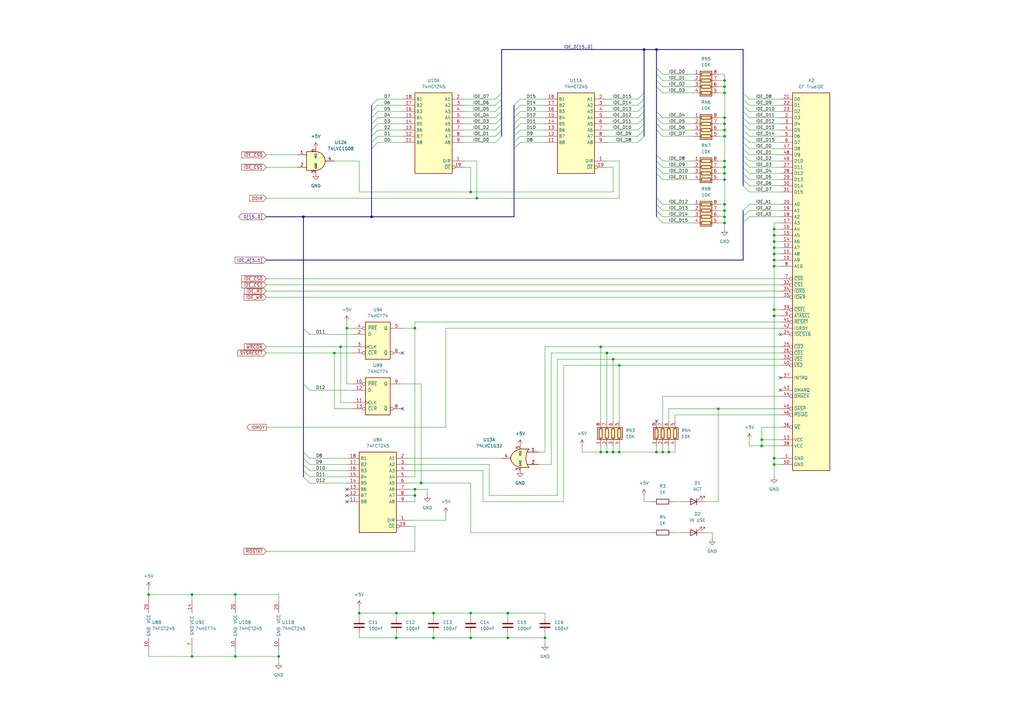
<source format=kicad_sch>
(kicad_sch (version 20211123) (generator eeschema)
  (paper "A3")
  (title_block (title "CF SOCKET") (date "2023-12-29") (rev "1") (company "(C) TOM STOREY") (comment 1 "FREE FOR NON-COMMERCIAL USE"))
  (lib_symbols
    (symbol "74x74_2" (pin_names (offset 1.016))
      (property "Reference" "U" (at 0 0 0))
      (property "Value" "74x74_2" (at 0 0 0))
      (symbol "74x74_2_1_1"
        (pin input inverted (at -10.16 -5.08 0) (length 5.08) (name "~{CLR}") (number "1"))
        (pin input line (at -10.16 2.54 0) (length 5.08) (name "D") (number "2"))
        (pin input clock (at -10.16 -2.54 0) (length 5.08) (name "CLK") (number "3"))
        (pin input inverted (at -10.16 5.08 0) (length 5.08) (name "~{PRE}") (number "4"))
        (pin output line (at 10.16 5.08 180) (length 5.08) (name "Q") (number "5"))
        (pin output inverted (at 10.16 -5.08 180) (length 5.08) (name "~{Q}") (number "6"))
      )
      (symbol "74x74_2_2_1"
        (pin input inverted (at -10.16 5.08 0) (length 5.08) (name "~{PRE}") (number "10"))
        (pin input clock (at -10.16 -2.54 0) (length 5.08) (name "CLK") (number "11"))
        (pin input line (at -10.16 2.54 0) (length 5.08) (name "D") (number "12"))
        (pin input inverted (at -10.16 -5.08 0) (length 5.08) (name "~{CLR}") (number "13"))
        (pin output inverted (at 10.16 -5.08 180) (length 5.08) (name "~{Q}") (number "8"))
        (pin output line (at 10.16 5.08 180) (length 5.08) (name "Q") (number "9"))
      )
      (symbol "74x74_2_3_0"
        (pin power_in line (at 0 10.16 270) (length 5.08) (name "VCC") (number "14"))
        (pin power_in line (at 0 -10.16 90) (length 5.08) (name "GND") (number "7"))
      )
    )
    (symbol "CF_Board:Socket_CF"
      (property "Reference" "X" (at 0 0 0))
      (property "Value" "Socket_CF" (at 0 0 0))
      (symbol "Socket_CF_1_1"
        (pin power_in line (at -12.7 -73.66 0) (length 5.08) (name "GND") (number "1"))
        (pin input line (at -12.7 7.62 0) (length 5.08) (name "A9") (number "10"))
        (pin input line (at -12.7 10.16 0) (length 5.08) (name "A8") (number "11"))
        (pin input line (at -12.7 12.7 0) (length 5.08) (name "A7") (number "12"))
        (pin power_in line (at -12.7 -66.04 0) (length 5.08) (name "VCC") (number "13"))
        (pin input line (at -12.7 15.24 0) (length 5.08) (name "A6") (number "14"))
        (pin input line (at -12.7 17.78 0) (length 5.08) (name "A5") (number "15"))
        (pin input line (at -12.7 20.32 0) (length 5.08) (name "A4") (number "16"))
        (pin input line (at -12.7 22.86 0) (length 5.08) (name "A3") (number "17"))
        (pin input line (at -12.7 25.4 0) (length 5.08) (name "A2") (number "18"))
        (pin input line (at -12.7 27.94 0) (length 5.08) (name "A1") (number "19"))
        (pin bidirectional line (at -12.7 66.04 0) (length 5.08) (name "D3") (number "2"))
        (pin input line (at -12.7 30.48 0) (length 5.08) (name "A0") (number "20"))
        (pin bidirectional line (at -12.7 73.66 0) (length 5.08) (name "D0") (number "21"))
        (pin bidirectional line (at -12.7 71.12 0) (length 5.08) (name "D1") (number "22"))
        (pin bidirectional line (at -12.7 68.58 0) (length 5.08) (name "D2") (number "23"))
        (pin output inverted (at -12.7 -22.86 0) (length 5.08) (name "~{IOCS16}") (number "24"))
        (pin output inverted (at -12.7 -27.94 0) (length 5.08) (name "~{CD2}") (number "25"))
        (pin output inverted (at -12.7 -30.48 0) (length 5.08) (name "~{CD1}") (number "26"))
        (pin bidirectional line (at -12.7 45.72 0) (length 5.08) (name "D11") (number "27"))
        (pin bidirectional line (at -12.7 43.18 0) (length 5.08) (name "D12") (number "28"))
        (pin bidirectional line (at -12.7 40.64 0) (length 5.08) (name "D13") (number "29"))
        (pin bidirectional line (at -12.7 63.5 0) (length 5.08) (name "D4") (number "3"))
        (pin bidirectional line (at -12.7 38.1 0) (length 5.08) (name "D14") (number "30"))
        (pin bidirectional line (at -12.7 35.56 0) (length 5.08) (name "D15") (number "31"))
        (pin input inverted (at -12.7 -2.54 0) (length 5.08) (name "~{CS1}") (number "32"))
        (pin output inverted (at -12.7 -33.02 0) (length 5.08) (name "~{VS1}") (number "33"))
        (pin input inverted (at -12.7 -5.08 0) (length 5.08) (name "~{IORD}") (number "34"))
        (pin input inverted (at -12.7 -7.62 0) (length 5.08) (name "~{IOWR}") (number "35"))
        (pin input inverted (at -12.7 -60.96 0) (length 5.08) (name "~{WE}") (number "36"))
        (pin output line (at -12.7 -40.64 0) (length 5.08) (name "INTRQ") (number "37"))
        (pin power_in line (at -12.7 -68.58 0) (length 5.08) (name "VCC") (number "38"))
        (pin input inverted (at -12.7 -12.7 0) (length 5.08) (name "~{CSEL}") (number "39"))
        (pin bidirectional line (at -12.7 60.96 0) (length 5.08) (name "D5") (number "4"))
        (pin output inverted (at -12.7 -35.56 0) (length 5.08) (name "~{VS2}") (number "40"))
        (pin input inverted (at -12.7 -17.78 0) (length 5.08) (name "~{RESET}") (number "41"))
        (pin output line (at -12.7 -20.32 0) (length 5.08) (name "IORDY") (number "42"))
        (pin output line (at -12.7 -45.72 0) (length 5.08) (name "DMARQ") (number "43"))
        (pin input inverted (at -12.7 -48.26 0) (length 5.08) (name "~{DMACK}") (number "44"))
        (pin bidirectional inverted (at -12.7 -53.34 0) (length 5.08) (name "~{DASP}") (number "45"))
        (pin bidirectional inverted (at -12.7 -55.88 0) (length 5.08) (name "~{PDIAG}") (number "46"))
        (pin bidirectional line (at -12.7 53.34 0) (length 5.08) (name "D8") (number "47"))
        (pin bidirectional line (at -12.7 50.8 0) (length 5.08) (name "D9") (number "48"))
        (pin bidirectional line (at -12.7 48.26 0) (length 5.08) (name "D10") (number "49"))
        (pin bidirectional line (at -12.7 58.42 0) (length 5.08) (name "D6") (number "5"))
        (pin power_in line (at -12.7 -76.2 0) (length 5.08) (name "GND") (number "50"))
        (pin bidirectional line (at -12.7 55.88 0) (length 5.08) (name "D7") (number "6"))
        (pin input inverted (at -12.7 0 0) (length 5.08) (name "~{CS0}") (number "7"))
        (pin input line (at -12.7 5.08 0) (length 5.08) (name "A10") (number "8"))
        (pin input inverted (at -12.7 -15.24 0) (length 5.08) (name "~{ATASEL}") (number "9"))
      )
    )
    (symbol "COMET_symbols:74x1G08"
      (property "Reference" "U" (at 0 0 0))
      (property "Value" "74x1G08" (at 0 0 0))
      (symbol "74x1G08_1_1"
        (pin input line (at -7.62 2.54 0) (length 3.81) (name "~") (number "1"))
        (pin input line (at -7.62 -2.54 0) (length 3.81) (name "~") (number "2"))
        (pin output line (at 7.62 0 180) (length 3.81) (name "~") (number "4"))
      )
      (symbol "74x1G08_1_2"
        (pin input inverted (at -7.62 2.54 0) (length 4.6228) (name "~") (number "1"))
        (pin input inverted (at -7.62 -2.54 0) (length 4.6228) (name "~") (number "2"))
        (pin output inverted (at 7.62 0 180) (length 3.5052) (name "~") (number "4"))
      )
      (symbol "74x1G08_2_1"
        (pin power_in line (at 0 -5.08 90) (length 1.27) (name "GND") (number "3"))
        (pin power_in line (at 0 5.08 270) (length 1.27) (name "VCC") (number "5"))
      )
      (symbol "74x1G08_2_2"
        (pin power_in line (at 0 -5.08 90) (length 1.27) (name "GND") (number "3"))
        (pin power_in line (at 0 5.08 270) (length 1.27) (name "VCC") (number "5"))
      )
    )
    (symbol "COMET_symbols:74x1G32"
      (property "Reference" "U" (at 0 0 0))
      (property "Value" "74x1G32" (at 0 0 0))
      (symbol "74x1G32_1_1"
        (pin input line (at -7.62 2.54 0) (length 4.6228) (name "~") (number "1"))
        (pin input line (at -7.62 -2.54 0) (length 4.6228) (name "~") (number "2"))
        (pin output line (at 7.62 0 180) (length 3.6068) (name "~") (number "4"))
      )
      (symbol "74x1G32_1_2"
        (pin input inverted (at -7.62 2.54 0) (length 3.683) (name "~") (number "1"))
        (pin input inverted (at -7.62 -2.54 0) (length 3.683) (name "~") (number "2"))
        (pin output inverted (at 7.62 0 180) (length 3.683) (name "~") (number "4"))
      )
      (symbol "74x1G32_2_1"
        (pin power_in line (at 0 -5.08 90) (length 1.27) (name "GND") (number "3"))
        (pin power_in line (at 0 5.08 270) (length 1.27) (name "VCC") (number "5"))
      )
      (symbol "74x1G32_2_2"
        (pin power_in line (at 0 -5.08 90) (length 1.27) (name "GND") (number "3"))
        (pin power_in line (at 0 5.08 270) (length 1.27) (name "VCC") (number "5"))
      )
    )
    (symbol "COMET_symbols:74x245"
      (property "Reference" "U" (at 0 0 0))
      (property "Value" "74x245" (at 0 0 0))
      (symbol "74x245_1_0"
        (pin input line (at -12.7 -12.7 0) (length 5.08) (name "DIR") (number "1"))
        (pin tri_state line (at 12.7 -5.08 180) (length 5.08) (name "B8") (number "11"))
        (pin tri_state line (at 12.7 -2.54 180) (length 5.08) (name "B7") (number "12"))
        (pin tri_state line (at 12.7 0 180) (length 5.08) (name "B6") (number "13"))
        (pin tri_state line (at 12.7 2.54 180) (length 5.08) (name "B5") (number "14"))
        (pin tri_state line (at 12.7 5.08 180) (length 5.08) (name "B4") (number "15"))
        (pin tri_state line (at 12.7 7.62 180) (length 5.08) (name "B3") (number "16"))
        (pin tri_state line (at 12.7 10.16 180) (length 5.08) (name "B2") (number "17"))
        (pin tri_state line (at 12.7 12.7 180) (length 5.08) (name "B1") (number "18"))
        (pin input inverted (at -12.7 -15.24 0) (length 5.08) (name "~{OE}") (number "19"))
        (pin tri_state line (at -12.7 12.7 0) (length 5.08) (name "A1") (number "2"))
        (pin tri_state line (at -12.7 10.16 0) (length 5.08) (name "A2") (number "3"))
        (pin tri_state line (at -12.7 7.62 0) (length 5.08) (name "A3") (number "4"))
        (pin tri_state line (at -12.7 5.08 0) (length 5.08) (name "A4") (number "5"))
        (pin tri_state line (at -12.7 2.54 0) (length 5.08) (name "A5") (number "6"))
        (pin tri_state line (at -12.7 0 0) (length 5.08) (name "A6") (number "7"))
        (pin tri_state line (at -12.7 -2.54 0) (length 5.08) (name "A7") (number "8"))
        (pin tri_state line (at -12.7 -5.08 0) (length 5.08) (name "A8") (number "9"))
      )
      (symbol "74x245_2_1"
        (pin power_in line (at 0 -10.16 90) (length 5.08) (name "GND") (number "10"))
        (pin power_in line (at 0 10.16 270) (length 5.08) (name "VCC") (number "20"))
      )
    )
    (symbol "COMET_symbols:74x74" (pin_names (offset 1.016))
      (property "Reference" "U" (at 0 0 0))
      (property "Value" "74x74" (at 0 0 0))
      (symbol "74x74_1_1"
        (pin input inverted (at -10.16 -5.08 0) (length 5.08) (name "~{CLR}") (number "1"))
        (pin input line (at -10.16 2.54 0) (length 5.08) (name "D") (number "2"))
        (pin input clock (at -10.16 -2.54 0) (length 5.08) (name "CLK") (number "3"))
        (pin input inverted (at -10.16 5.08 0) (length 5.08) (name "~{PRE}") (number "4"))
        (pin output line (at 10.16 5.08 180) (length 5.08) (name "Q") (number "5"))
        (pin output inverted (at 10.16 -5.08 180) (length 5.08) (name "~{Q}") (number "6"))
      )
      (symbol "74x74_2_1"
        (pin input inverted (at -10.16 5.08 0) (length 5.08) (name "~{PRE}") (number "10"))
        (pin input clock (at -10.16 -2.54 0) (length 5.08) (name "CLK") (number "11"))
        (pin input line (at -10.16 2.54 0) (length 5.08) (name "D") (number "12"))
        (pin input inverted (at -10.16 -5.08 0) (length 5.08) (name "~{CLR}") (number "13"))
        (pin output inverted (at 10.16 -5.08 180) (length 5.08) (name "~{Q}") (number "8"))
        (pin output line (at 10.16 5.08 180) (length 5.08) (name "Q") (number "9"))
      )
      (symbol "74x74_3_0"
        (pin power_in line (at 0 10.16 270) (length 5.08) (name "VCC") (number "14"))
        (pin power_in line (at 0 -10.16 90) (length 5.08) (name "GND") (number "7"))
      )
    )
    (symbol "COMET_symbols:C" (pin_numbers hide) (pin_names hide)
      (property "Reference" "C" (at 0 0 0))
      (property "Value" "C" (at 0 0 0))
      (symbol "C_1_1"
        (pin passive line (at 0 2.54 270) (length 1.524) (name "~") (number "1"))
        (pin passive line (at 0 -2.54 90) (length 1.524) (name "~") (number "2"))
      )
    )
    (symbol "COMET_symbols:LED" (pin_numbers hide) (pin_names hide)
      (property "Reference" "D" (at 0 0 0))
      (property "Value" "LED" (at 0 0 0))
      (symbol "LED_1_1"
        (pin passive line (at -5.08 0 0) (length 3.81) (name "K") (number "1"))
        (pin passive line (at 5.08 0 180) (length 3.81) (name "A") (number "2"))
      )
    )
    (symbol "COMET_symbols:R" (pin_numbers hide) (pin_names hide)
      (property "Reference" "R" (at 0 0 0))
      (property "Value" "R" (at 0 0 0))
      (symbol "R_1_1"
        (pin passive line (at 0 5.08 270) (length 2.54) (name "~") (number "1"))
        (pin passive line (at 0 -5.08 90) (length 2.54) (name "~") (number "2"))
      )
    )
    (symbol "Device:R_Pack04" (pin_names (offset 0) hide)
      (property "Reference" "RN" (at -7.62 0 90))
      (property "Value" "R_Pack04" (at 5.08 0 90))
      (symbol "R_Pack04_1_1"
        (pin passive line (at -5.08 -5.08 90) (length 2.54) (name "R1.1") (number "1"))
        (pin passive line (at -2.54 -5.08 90) (length 2.54) (name "R2.1") (number "2"))
        (pin passive line (at 0 -5.08 90) (length 2.54) (name "R3.1") (number "3"))
        (pin passive line (at 2.54 -5.08 90) (length 2.54) (name "R4.1") (number "4"))
        (pin passive line (at 2.54 5.08 270) (length 2.54) (name "R4.2") (number "5"))
        (pin passive line (at 0 5.08 270) (length 2.54) (name "R3.2") (number "6"))
        (pin passive line (at -2.54 5.08 270) (length 2.54) (name "R2.2") (number "7"))
        (pin passive line (at -5.08 5.08 270) (length 2.54) (name "R1.2") (number "8"))
      )
    )
    (symbol "power:+5V" (power) (pin_names (offset 0))
      (property "Value" "+5V" (at 0 3.556 0))
      (symbol "+5V_1_1"
        (pin power_in line (at 0 0 90) (length 0) hide (name "+5V") (number "1"))
      )
    )
    (symbol "power:GND" (power) (pin_names (offset 0))
      (property "Value" "GND" (at 0 -3.81 0))
      (symbol "GND_1_1"
        (pin power_in line (at 0 0 270) (length 0) hide (name "GND") (number "1"))
      )
    )
  )
  (junction (at 317.5 104.14))
  (junction (at 297.18 48.26))
  (junction (at 208.28 261.62))
  (junction (at 297.18 35.56))
  (junction (at 147.32 251.46))
  (junction (at 317.5 106.68))
  (junction (at 264.16 20.32))
  (junction (at 172.72 198.12))
  (junction (at 248.92 185.42))
  (junction (at 317.5 101.6))
  (junction (at 297.18 83.82))
  (junction (at 246.38 142.24))
  (junction (at 251.46 185.42))
  (junction (at 274.32 185.42))
  (junction (at 317.5 127))
  (junction (at 170.18 200.66))
  (junction (at 170.18 203.2))
  (junction (at 96.52 243.84))
  (junction (at 193.04 261.62))
  (junction (at 317.5 129.54))
  (junction (at 317.5 99.06))
  (junction (at 162.56 261.62))
  (junction (at 254 185.42))
  (junction (at 142.24 134.62))
  (junction (at 162.56 251.46))
  (junction (at 177.8 251.46))
  (junction (at 78.74 269.24))
  (junction (at 223.52 261.62))
  (junction (at 317.5 109.22))
  (junction (at 297.18 38.1))
  (junction (at 312.42 180.34))
  (junction (at 297.18 53.34))
  (junction (at 269.24 185.42))
  (junction (at 297.18 73.66))
  (junction (at 254 149.86))
  (junction (at 297.18 71.12))
  (junction (at 297.18 50.8))
  (junction (at 297.18 55.88))
  (junction (at 177.8 261.62))
  (junction (at 60.96 243.84))
  (junction (at 294.64 167.64))
  (junction (at 271.78 185.42))
  (junction (at 124.46 88.9))
  (junction (at 297.18 33.02))
  (junction (at 251.46 147.32))
  (junction (at 139.7 142.24))
  (junction (at 195.58 81.28))
  (junction (at 152.4 88.9))
  (junction (at 208.28 251.46))
  (junction (at 317.5 96.52))
  (junction (at 96.52 269.24))
  (junction (at 193.04 78.74))
  (junction (at 297.18 68.58))
  (junction (at 317.5 190.5))
  (junction (at 137.16 144.78))
  (junction (at 297.18 86.36))
  (junction (at 312.42 182.88))
  (junction (at 248.92 144.78))
  (junction (at 170.18 134.62))
  (junction (at 246.38 185.42))
  (junction (at 297.18 91.44))
  (junction (at 297.18 66.04))
  (junction (at 193.04 251.46))
  (junction (at 297.18 88.9))
  (junction (at 78.74 243.84))
  (junction (at 317.5 93.98))
  (junction (at 114.3 269.24))
  (junction (at 269.24 20.32))
  (junction (at 317.5 187.96))
  (no_connect (at 320.04 154.94))
  (no_connect (at 269.24 172.72))
  (no_connect (at 165.1 144.78))
  (no_connect (at 165.1 167.64))
  (no_connect (at 142.24 205.74))
  (no_connect (at 320.04 160.02))
  (no_connect (at 142.24 203.2))
  (no_connect (at 320.04 137.16))
  (no_connect (at 142.24 200.66))
  (bus_entry (at 205.74 40.64) (size -2.54 2.54))
  (bus_entry (at 304.8 76.2) (size 2.54 2.54))
  (bus_entry (at 124.46 134.62) (size 2.54 2.54))
  (bus_entry (at 264.16 40.64) (size -2.54 2.54))
  (bus_entry (at 304.8 53.34) (size 2.54 2.54))
  (bus_entry (at 304.8 73.66) (size 2.54 2.54))
  (bus_entry (at 154.94 40.64) (size -2.54 2.54))
  (bus_entry (at 154.94 43.18) (size -2.54 2.54))
  (bus_entry (at 154.94 50.8) (size -2.54 2.54))
  (bus_entry (at 304.8 60.96) (size 2.54 2.54))
  (bus_entry (at 264.16 50.8) (size -2.54 2.54))
  (bus_entry (at 264.16 53.34) (size -2.54 2.54))
  (bus_entry (at 213.36 58.42) (size -2.54 2.54))
  (bus_entry (at 205.74 53.34) (size -2.54 2.54))
  (bus_entry (at 264.16 55.88) (size -2.54 2.54))
  (bus_entry (at 269.24 88.9) (size 2.54 2.54))
  (bus_entry (at 307.34 86.36) (size -2.54 2.54))
  (bus_entry (at 269.24 35.56) (size 2.54 2.54))
  (bus_entry (at 304.8 68.58) (size 2.54 2.54))
  (bus_entry (at 213.36 55.88) (size -2.54 2.54))
  (bus_entry (at 307.34 83.82) (size -2.54 2.54))
  (bus_entry (at 213.36 53.34) (size -2.54 2.54))
  (bus_entry (at 269.24 81.28) (size 2.54 2.54))
  (bus_entry (at 205.74 45.72) (size -2.54 2.54))
  (bus_entry (at 264.16 38.1) (size -2.54 2.54))
  (bus_entry (at 124.46 193.04) (size 2.54 2.54))
  (bus_entry (at 264.16 48.26) (size -2.54 2.54))
  (bus_entry (at 304.8 40.64) (size 2.54 2.54))
  (bus_entry (at 269.24 33.02) (size 2.54 2.54))
  (bus_entry (at 269.24 53.34) (size 2.54 2.54))
  (bus_entry (at 213.36 43.18) (size -2.54 2.54))
  (bus_entry (at 304.8 45.72) (size 2.54 2.54))
  (bus_entry (at 269.24 71.12) (size 2.54 2.54))
  (bus_entry (at 124.46 190.5) (size 2.54 2.54))
  (bus_entry (at 205.74 55.88) (size -2.54 2.54))
  (bus_entry (at 269.24 66.04) (size 2.54 2.54))
  (bus_entry (at 124.46 195.58) (size 2.54 2.54))
  (bus_entry (at 304.8 63.5) (size 2.54 2.54))
  (bus_entry (at 154.94 48.26) (size -2.54 2.54))
  (bus_entry (at 124.46 187.96) (size 2.54 2.54))
  (bus_entry (at 304.8 55.88) (size 2.54 2.54))
  (bus_entry (at 304.8 58.42) (size 2.54 2.54))
  (bus_entry (at 264.16 43.18) (size -2.54 2.54))
  (bus_entry (at 205.74 50.8) (size -2.54 2.54))
  (bus_entry (at 205.74 43.18) (size -2.54 2.54))
  (bus_entry (at 264.16 45.72) (size -2.54 2.54))
  (bus_entry (at 205.74 38.1) (size -2.54 2.54))
  (bus_entry (at 154.94 58.42) (size -2.54 2.54))
  (bus_entry (at 269.24 48.26) (size 2.54 2.54))
  (bus_entry (at 269.24 68.58) (size 2.54 2.54))
  (bus_entry (at 124.46 157.48) (size 2.54 2.54))
  (bus_entry (at 269.24 27.94) (size 2.54 2.54))
  (bus_entry (at 269.24 83.82) (size 2.54 2.54))
  (bus_entry (at 269.24 63.5) (size 2.54 2.54))
  (bus_entry (at 213.36 50.8) (size -2.54 2.54))
  (bus_entry (at 304.8 48.26) (size 2.54 2.54))
  (bus_entry (at 205.74 48.26) (size -2.54 2.54))
  (bus_entry (at 154.94 53.34) (size -2.54 2.54))
  (bus_entry (at 213.36 40.64) (size -2.54 2.54))
  (bus_entry (at 213.36 48.26) (size -2.54 2.54))
  (bus_entry (at 307.34 88.9) (size -2.54 2.54))
  (bus_entry (at 269.24 30.48) (size 2.54 2.54))
  (bus_entry (at 213.36 45.72) (size -2.54 2.54))
  (bus_entry (at 124.46 185.42) (size 2.54 2.54))
  (bus_entry (at 269.24 50.8) (size 2.54 2.54))
  (bus_entry (at 154.94 45.72) (size -2.54 2.54))
  (bus_entry (at 304.8 71.12) (size 2.54 2.54))
  (bus_entry (at 269.24 86.36) (size 2.54 2.54))
  (bus_entry (at 269.24 45.72) (size 2.54 2.54))
  (bus_entry (at 304.8 50.8) (size 2.54 2.54))
  (bus_entry (at 154.94 55.88) (size -2.54 2.54))
  (bus_entry (at 304.8 38.1) (size 2.54 2.54))
  (bus_entry (at 304.8 66.04) (size 2.54 2.54))
  (bus_entry (at 304.8 43.18) (size 2.54 2.54))
  (wire (pts (xy 297.18 83.82) (xy 297.18 86.36)))
  (wire (pts (xy 271.78 162.56) (xy 320.04 162.56)))
  (wire (pts (xy 294.64 68.58) (xy 297.18 68.58)))
  (wire (pts (xy 139.7 142.24) (xy 144.78 142.24)))
  (bus (pts (xy 304.8 73.66) (xy 304.8 71.12)))
  (wire (pts (xy 109.22 226.06) (xy 170.18 226.06)))
  (wire (pts (xy 276.86 182.88) (xy 276.86 185.42)))
  (bus (pts (xy 269.24 20.32) (xy 304.8 20.32)))
  (bus (pts (xy 109.22 88.9) (xy 124.46 88.9)))
  (bus (pts (xy 205.74 20.32) (xy 205.74 38.1)))
  (bus (pts (xy 264.16 20.32) (xy 264.16 38.1)))
  (wire (pts (xy 177.8 254) (xy 177.8 251.46)))
  (wire (pts (xy 96.52 266.7) (xy 96.52 269.24)))
  (wire (pts (xy 109.22 116.84) (xy 320.04 116.84)))
  (bus (pts (xy 205.74 40.64) (xy 205.74 43.18)))
  (wire (pts (xy 109.22 114.3) (xy 320.04 114.3)))
  (wire (pts (xy 307.34 68.58) (xy 320.04 68.58)))
  (bus (pts (xy 124.46 88.9) (xy 152.4 88.9)))
  (wire (pts (xy 165.1 157.48) (xy 172.72 157.48)))
  (wire (pts (xy 251.46 185.42) (xy 254 185.42)))
  (wire (pts (xy 297.18 91.44) (xy 297.18 93.98)))
  (wire (pts (xy 228.6 147.32) (xy 251.46 147.32)))
  (wire (pts (xy 198.12 193.04) (xy 167.64 193.04)))
  (wire (pts (xy 193.04 251.46) (xy 177.8 251.46)))
  (wire (pts (xy 271.78 185.42) (xy 274.32 185.42)))
  (wire (pts (xy 320.04 175.26) (xy 312.42 175.26)))
  (bus (pts (xy 269.24 48.26) (xy 269.24 50.8)))
  (wire (pts (xy 213.36 50.8) (xy 223.52 50.8)))
  (wire (pts (xy 271.78 48.26) (xy 284.48 48.26)))
  (wire (pts (xy 147.32 251.46) (xy 162.56 251.46)))
  (wire (pts (xy 78.74 243.84) (xy 78.74 246.38)))
  (wire (pts (xy 271.78 68.58) (xy 284.48 68.58)))
  (wire (pts (xy 193.04 259.08) (xy 193.04 261.62)))
  (wire (pts (xy 228.6 147.32) (xy 228.6 203.2)))
  (wire (pts (xy 147.32 259.08) (xy 147.32 261.62)))
  (bus (pts (xy 152.4 58.42) (xy 152.4 60.96)))
  (wire (pts (xy 60.96 243.84) (xy 78.74 243.84)))
  (wire (pts (xy 114.3 266.7) (xy 114.3 269.24)))
  (bus (pts (xy 269.24 86.36) (xy 269.24 88.9)))
  (wire (pts (xy 248.92 50.8) (xy 261.62 50.8)))
  (wire (pts (xy 320.04 91.44) (xy 317.5 91.44)))
  (bus (pts (xy 152.4 43.18) (xy 152.4 45.72)))
  (wire (pts (xy 208.28 259.08) (xy 208.28 261.62)))
  (wire (pts (xy 254 66.04) (xy 248.92 66.04)))
  (wire (pts (xy 271.78 182.88) (xy 271.78 185.42)))
  (wire (pts (xy 294.64 55.88) (xy 297.18 55.88)))
  (wire (pts (xy 271.78 66.04) (xy 284.48 66.04)))
  (wire (pts (xy 307.34 45.72) (xy 320.04 45.72)))
  (wire (pts (xy 193.04 68.58) (xy 193.04 78.74)))
  (wire (pts (xy 190.5 53.34) (xy 203.2 53.34)))
  (wire (pts (xy 320.04 180.34) (xy 312.42 180.34)))
  (wire (pts (xy 154.94 43.18) (xy 165.1 43.18)))
  (bus (pts (xy 304.8 48.26) (xy 304.8 45.72)))
  (bus (pts (xy 264.16 48.26) (xy 264.16 50.8)))
  (wire (pts (xy 154.94 50.8) (xy 165.1 50.8)))
  (bus (pts (xy 210.82 48.26) (xy 210.82 50.8)))
  (wire (pts (xy 307.34 78.74) (xy 320.04 78.74)))
  (wire (pts (xy 248.92 40.64) (xy 261.62 40.64)))
  (bus (pts (xy 210.82 88.9) (xy 210.82 60.96)))
  (wire (pts (xy 294.64 48.26) (xy 297.18 48.26)))
  (bus (pts (xy 205.74 53.34) (xy 205.74 55.88)))
  (wire (pts (xy 317.5 104.14) (xy 320.04 104.14)))
  (bus (pts (xy 304.8 66.04) (xy 304.8 63.5)))
  (wire (pts (xy 182.88 213.36) (xy 182.88 210.82)))
  (wire (pts (xy 297.18 38.1) (xy 297.18 48.26)))
  (wire (pts (xy 297.18 91.44) (xy 294.64 91.44)))
  (wire (pts (xy 317.5 93.98) (xy 317.5 96.52)))
  (wire (pts (xy 276.86 170.18) (xy 276.86 172.72)))
  (wire (pts (xy 177.8 259.08) (xy 177.8 261.62)))
  (wire (pts (xy 220.98 190.5) (xy 226.06 190.5)))
  (wire (pts (xy 190.5 50.8) (xy 203.2 50.8)))
  (wire (pts (xy 248.92 58.42) (xy 261.62 58.42)))
  (bus (pts (xy 269.24 83.82) (xy 269.24 86.36)))
  (wire (pts (xy 317.5 187.96) (xy 320.04 187.96)))
  (wire (pts (xy 162.56 254) (xy 162.56 251.46)))
  (bus (pts (xy 269.24 33.02) (xy 269.24 35.56)))
  (bus (pts (xy 210.82 50.8) (xy 210.82 53.34)))
  (wire (pts (xy 144.78 167.64) (xy 137.16 167.64)))
  (wire (pts (xy 154.94 45.72) (xy 165.1 45.72)))
  (wire (pts (xy 294.64 205.74) (xy 289.56 205.74)))
  (wire (pts (xy 182.88 134.62) (xy 320.04 134.62)))
  (wire (pts (xy 274.32 185.42) (xy 276.86 185.42)))
  (bus (pts (xy 205.74 45.72) (xy 205.74 48.26)))
  (bus (pts (xy 109.22 106.68) (xy 304.8 106.68)))
  (bus (pts (xy 304.8 43.18) (xy 304.8 40.64)))
  (wire (pts (xy 167.64 215.9) (xy 170.18 215.9)))
  (wire (pts (xy 294.64 35.56) (xy 297.18 35.56)))
  (wire (pts (xy 213.36 48.26) (xy 223.52 48.26)))
  (wire (pts (xy 193.04 254) (xy 193.04 251.46)))
  (wire (pts (xy 167.64 187.96) (xy 205.74 187.96)))
  (wire (pts (xy 248.92 185.42) (xy 251.46 185.42)))
  (bus (pts (xy 269.24 66.04) (xy 269.24 68.58)))
  (wire (pts (xy 190.5 48.26) (xy 203.2 48.26)))
  (bus (pts (xy 304.8 71.12) (xy 304.8 68.58)))
  (wire (pts (xy 312.42 182.88) (xy 307.34 182.88)))
  (wire (pts (xy 271.78 38.1) (xy 284.48 38.1)))
  (wire (pts (xy 307.34 53.34) (xy 320.04 53.34)))
  (wire (pts (xy 190.5 68.58) (xy 193.04 68.58)))
  (wire (pts (xy 167.64 200.66) (xy 170.18 200.66)))
  (bus (pts (xy 269.24 50.8) (xy 269.24 53.34)))
  (wire (pts (xy 294.64 30.48) (xy 297.18 30.48)))
  (bus (pts (xy 124.46 88.9) (xy 124.46 134.62)))
  (wire (pts (xy 276.86 205.74) (xy 279.4 205.74)))
  (wire (pts (xy 78.74 269.24) (xy 78.74 266.7)))
  (bus (pts (xy 304.8 60.96) (xy 304.8 58.42)))
  (wire (pts (xy 269.24 182.88) (xy 269.24 185.42)))
  (bus (pts (xy 264.16 50.8) (xy 264.16 53.34)))
  (bus (pts (xy 264.16 38.1) (xy 264.16 40.64)))
  (wire (pts (xy 289.56 218.44) (xy 292.1 218.44)))
  (wire (pts (xy 175.26 203.2) (xy 175.26 200.66)))
  (wire (pts (xy 154.94 48.26) (xy 165.1 48.26)))
  (wire (pts (xy 208.28 251.46) (xy 193.04 251.46)))
  (wire (pts (xy 297.18 88.9) (xy 297.18 91.44)))
  (wire (pts (xy 297.18 33.02) (xy 297.18 35.56)))
  (wire (pts (xy 109.22 68.58) (xy 121.92 68.58)))
  (wire (pts (xy 294.64 83.82) (xy 297.18 83.82)))
  (bus (pts (xy 269.24 53.34) (xy 269.24 63.5)))
  (bus (pts (xy 264.16 20.32) (xy 269.24 20.32)))
  (wire (pts (xy 147.32 248.92) (xy 147.32 251.46)))
  (wire (pts (xy 294.64 88.9) (xy 297.18 88.9)))
  (wire (pts (xy 274.32 167.64) (xy 274.32 172.72)))
  (wire (pts (xy 167.64 195.58) (xy 170.18 195.58)))
  (wire (pts (xy 182.88 175.26) (xy 182.88 134.62)))
  (wire (pts (xy 238.76 185.42) (xy 246.38 185.42)))
  (bus (pts (xy 264.16 43.18) (xy 264.16 45.72)))
  (bus (pts (xy 124.46 193.04) (xy 124.46 195.58)))
  (wire (pts (xy 231.14 149.86) (xy 231.14 205.74)))
  (wire (pts (xy 144.78 157.48) (xy 142.24 157.48)))
  (wire (pts (xy 114.3 246.38) (xy 114.3 243.84)))
  (wire (pts (xy 165.1 134.62) (xy 170.18 134.62)))
  (wire (pts (xy 312.42 175.26) (xy 312.42 180.34)))
  (wire (pts (xy 154.94 40.64) (xy 165.1 40.64)))
  (wire (pts (xy 137.16 144.78) (xy 144.78 144.78)))
  (wire (pts (xy 213.36 40.64) (xy 223.52 40.64)))
  (wire (pts (xy 60.96 269.24) (xy 78.74 269.24)))
  (wire (pts (xy 142.24 134.62) (xy 142.24 157.48)))
  (wire (pts (xy 317.5 96.52) (xy 320.04 96.52)))
  (wire (pts (xy 200.66 190.5) (xy 167.64 190.5)))
  (wire (pts (xy 297.18 30.48) (xy 297.18 33.02)))
  (bus (pts (xy 264.16 40.64) (xy 264.16 43.18)))
  (wire (pts (xy 312.42 180.34) (xy 312.42 182.88)))
  (wire (pts (xy 223.52 142.24) (xy 223.52 185.42)))
  (wire (pts (xy 248.92 144.78) (xy 248.92 172.72)))
  (wire (pts (xy 127 160.02) (xy 144.78 160.02)))
  (wire (pts (xy 317.5 96.52) (xy 317.5 99.06)))
  (wire (pts (xy 144.78 134.62) (xy 142.24 134.62)))
  (wire (pts (xy 320.04 132.08) (xy 170.18 132.08)))
  (wire (pts (xy 307.34 88.9) (xy 320.04 88.9)))
  (bus (pts (xy 269.24 68.58) (xy 269.24 71.12)))
  (wire (pts (xy 96.52 243.84) (xy 78.74 243.84)))
  (bus (pts (xy 152.4 55.88) (xy 152.4 58.42)))
  (wire (pts (xy 297.18 48.26) (xy 297.18 50.8)))
  (wire (pts (xy 246.38 142.24) (xy 246.38 172.72)))
  (wire (pts (xy 114.3 243.84) (xy 96.52 243.84)))
  (wire (pts (xy 297.18 50.8) (xy 297.18 53.34)))
  (wire (pts (xy 96.52 269.24) (xy 78.74 269.24)))
  (wire (pts (xy 317.5 106.68) (xy 320.04 106.68)))
  (wire (pts (xy 60.96 269.24) (xy 60.96 266.7)))
  (wire (pts (xy 294.64 50.8) (xy 297.18 50.8)))
  (wire (pts (xy 274.32 182.88) (xy 274.32 185.42)))
  (wire (pts (xy 317.5 106.68) (xy 317.5 109.22)))
  (wire (pts (xy 317.5 91.44) (xy 317.5 93.98)))
  (wire (pts (xy 170.18 132.08) (xy 170.18 134.62)))
  (wire (pts (xy 317.5 101.6) (xy 320.04 101.6)))
  (wire (pts (xy 317.5 109.22) (xy 317.5 127)))
  (wire (pts (xy 213.36 45.72) (xy 223.52 45.72)))
  (bus (pts (xy 124.46 157.48) (xy 124.46 185.42)))
  (wire (pts (xy 142.24 134.62) (xy 142.24 132.08)))
  (wire (pts (xy 223.52 261.62) (xy 223.52 264.16)))
  (wire (pts (xy 177.8 261.62) (xy 193.04 261.62)))
  (wire (pts (xy 294.64 167.64) (xy 274.32 167.64)))
  (wire (pts (xy 195.58 66.04) (xy 195.58 81.28)))
  (wire (pts (xy 167.64 205.74) (xy 170.18 205.74)))
  (bus (pts (xy 152.4 50.8) (xy 152.4 53.34)))
  (wire (pts (xy 271.78 55.88) (xy 284.48 55.88)))
  (wire (pts (xy 127 137.16) (xy 144.78 137.16)))
  (wire (pts (xy 271.78 86.36) (xy 284.48 86.36)))
  (wire (pts (xy 127 195.58) (xy 142.24 195.58)))
  (wire (pts (xy 223.52 259.08) (xy 223.52 261.62)))
  (wire (pts (xy 307.34 76.2) (xy 320.04 76.2)))
  (bus (pts (xy 152.4 60.96) (xy 152.4 88.9)))
  (bus (pts (xy 269.24 81.28) (xy 269.24 83.82)))
  (bus (pts (xy 264.16 45.72) (xy 264.16 48.26)))
  (bus (pts (xy 124.46 190.5) (xy 124.46 193.04)))
  (bus (pts (xy 304.8 68.58) (xy 304.8 66.04)))
  (wire (pts (xy 208.28 261.62) (xy 193.04 261.62)))
  (wire (pts (xy 297.18 86.36) (xy 297.18 88.9)))
  (wire (pts (xy 317.5 109.22) (xy 320.04 109.22)))
  (bus (pts (xy 304.8 63.5) (xy 304.8 60.96)))
  (wire (pts (xy 170.18 203.2) (xy 170.18 205.74)))
  (wire (pts (xy 167.64 203.2) (xy 170.18 203.2)))
  (wire (pts (xy 198.12 205.74) (xy 198.12 193.04)))
  (wire (pts (xy 246.38 185.42) (xy 248.92 185.42)))
  (wire (pts (xy 248.92 182.88) (xy 248.92 185.42)))
  (wire (pts (xy 109.22 119.38) (xy 320.04 119.38)))
  (wire (pts (xy 193.04 218.44) (xy 266.7 218.44)))
  (wire (pts (xy 251.46 147.32) (xy 251.46 172.72)))
  (bus (pts (xy 210.82 53.34) (xy 210.82 55.88)))
  (wire (pts (xy 264.16 203.2) (xy 264.16 205.74)))
  (bus (pts (xy 205.74 50.8) (xy 205.74 53.34)))
  (wire (pts (xy 307.34 66.04) (xy 320.04 66.04)))
  (wire (pts (xy 170.18 200.66) (xy 170.18 203.2)))
  (wire (pts (xy 109.22 144.78) (xy 137.16 144.78)))
  (bus (pts (xy 269.24 45.72) (xy 269.24 48.26)))
  (wire (pts (xy 109.22 175.26) (xy 182.88 175.26)))
  (wire (pts (xy 248.92 144.78) (xy 320.04 144.78)))
  (bus (pts (xy 210.82 45.72) (xy 210.82 48.26)))
  (wire (pts (xy 96.52 243.84) (xy 96.52 246.38)))
  (wire (pts (xy 317.5 99.06) (xy 320.04 99.06)))
  (bus (pts (xy 304.8 58.42) (xy 304.8 55.88)))
  (wire (pts (xy 294.64 38.1) (xy 297.18 38.1)))
  (wire (pts (xy 307.34 86.36) (xy 320.04 86.36)))
  (wire (pts (xy 147.32 261.62) (xy 162.56 261.62)))
  (wire (pts (xy 317.5 93.98) (xy 320.04 93.98)))
  (wire (pts (xy 127 187.96) (xy 142.24 187.96)))
  (wire (pts (xy 172.72 157.48) (xy 172.72 198.12)))
  (wire (pts (xy 294.64 71.12) (xy 297.18 71.12)))
  (wire (pts (xy 190.5 55.88) (xy 203.2 55.88)))
  (wire (pts (xy 251.46 78.74) (xy 251.46 68.58)))
  (wire (pts (xy 154.94 53.34) (xy 165.1 53.34)))
  (wire (pts (xy 109.22 63.5) (xy 121.92 63.5)))
  (wire (pts (xy 109.22 121.92) (xy 320.04 121.92)))
  (wire (pts (xy 190.5 58.42) (xy 203.2 58.42)))
  (wire (pts (xy 127 193.04) (xy 142.24 193.04)))
  (wire (pts (xy 190.5 43.18) (xy 203.2 43.18)))
  (wire (pts (xy 190.5 66.04) (xy 195.58 66.04)))
  (wire (pts (xy 208.28 251.46) (xy 208.28 254)))
  (wire (pts (xy 307.34 73.66) (xy 320.04 73.66)))
  (wire (pts (xy 271.78 172.72) (xy 271.78 162.56)))
  (bus (pts (xy 205.74 43.18) (xy 205.74 45.72)))
  (wire (pts (xy 276.86 170.18) (xy 320.04 170.18)))
  (wire (pts (xy 307.34 83.82) (xy 320.04 83.82)))
  (wire (pts (xy 170.18 215.9) (xy 170.18 226.06)))
  (wire (pts (xy 317.5 104.14) (xy 317.5 106.68)))
  (wire (pts (xy 312.42 182.88) (xy 320.04 182.88)))
  (wire (pts (xy 251.46 68.58) (xy 248.92 68.58)))
  (wire (pts (xy 167.64 213.36) (xy 182.88 213.36)))
  (wire (pts (xy 190.5 40.64) (xy 203.2 40.64)))
  (wire (pts (xy 307.34 43.18) (xy 320.04 43.18)))
  (wire (pts (xy 294.64 53.34) (xy 297.18 53.34)))
  (wire (pts (xy 307.34 58.42) (xy 320.04 58.42)))
  (wire (pts (xy 271.78 33.02) (xy 284.48 33.02)))
  (wire (pts (xy 223.52 251.46) (xy 208.28 251.46)))
  (wire (pts (xy 248.92 55.88) (xy 261.62 55.88)))
  (wire (pts (xy 297.18 35.56) (xy 297.18 38.1)))
  (bus (pts (xy 304.8 53.34) (xy 304.8 50.8)))
  (wire (pts (xy 109.22 81.28) (xy 195.58 81.28)))
  (wire (pts (xy 294.64 73.66) (xy 297.18 73.66)))
  (wire (pts (xy 254 149.86) (xy 320.04 149.86)))
  (wire (pts (xy 231.14 149.86) (xy 254 149.86)))
  (bus (pts (xy 205.74 48.26) (xy 205.74 50.8)))
  (wire (pts (xy 271.78 73.66) (xy 284.48 73.66)))
  (wire (pts (xy 271.78 83.82) (xy 284.48 83.82)))
  (bus (pts (xy 269.24 30.48) (xy 269.24 33.02)))
  (wire (pts (xy 213.36 43.18) (xy 223.52 43.18)))
  (wire (pts (xy 317.5 127) (xy 317.5 129.54)))
  (bus (pts (xy 152.4 53.34) (xy 152.4 55.88)))
  (wire (pts (xy 292.1 218.44) (xy 292.1 220.98)))
  (wire (pts (xy 279.4 218.44) (xy 276.86 218.44)))
  (bus (pts (xy 152.4 48.26) (xy 152.4 50.8)))
  (wire (pts (xy 317.5 99.06) (xy 317.5 101.6)))
  (wire (pts (xy 271.78 88.9) (xy 284.48 88.9)))
  (wire (pts (xy 307.34 182.88) (xy 307.34 180.34)))
  (wire (pts (xy 307.34 55.88) (xy 320.04 55.88)))
  (wire (pts (xy 317.5 187.96) (xy 317.5 190.5)))
  (bus (pts (xy 304.8 86.36) (xy 304.8 88.9)))
  (wire (pts (xy 251.46 147.32) (xy 320.04 147.32)))
  (wire (pts (xy 307.34 71.12) (xy 320.04 71.12)))
  (wire (pts (xy 213.36 55.88) (xy 223.52 55.88)))
  (wire (pts (xy 147.32 66.04) (xy 147.32 78.74)))
  (bus (pts (xy 124.46 185.42) (xy 124.46 187.96)))
  (wire (pts (xy 226.06 144.78) (xy 248.92 144.78)))
  (wire (pts (xy 147.32 251.46) (xy 147.32 254)))
  (wire (pts (xy 200.66 203.2) (xy 228.6 203.2)))
  (wire (pts (xy 294.64 33.02) (xy 297.18 33.02)))
  (wire (pts (xy 320.04 167.64) (xy 294.64 167.64)))
  (wire (pts (xy 307.34 48.26) (xy 320.04 48.26)))
  (wire (pts (xy 294.64 86.36) (xy 297.18 86.36)))
  (wire (pts (xy 213.36 53.34) (xy 223.52 53.34)))
  (wire (pts (xy 294.64 167.64) (xy 294.64 205.74)))
  (wire (pts (xy 114.3 271.78) (xy 114.3 269.24)))
  (wire (pts (xy 226.06 144.78) (xy 226.06 190.5)))
  (wire (pts (xy 271.78 30.48) (xy 284.48 30.48)))
  (wire (pts (xy 154.94 58.42) (xy 165.1 58.42)))
  (wire (pts (xy 294.64 66.04) (xy 297.18 66.04)))
  (wire (pts (xy 297.18 68.58) (xy 297.18 71.12)))
  (bus (pts (xy 210.82 58.42) (xy 210.82 60.96)))
  (bus (pts (xy 269.24 71.12) (xy 269.24 81.28)))
  (bus (pts (xy 264.16 53.34) (xy 264.16 55.88)))
  (bus (pts (xy 304.8 40.64) (xy 304.8 38.1)))
  (wire (pts (xy 223.52 254) (xy 223.52 251.46)))
  (wire (pts (xy 114.3 269.24) (xy 96.52 269.24)))
  (bus (pts (xy 304.8 106.68) (xy 304.8 91.44)))
  (wire (pts (xy 248.92 53.34) (xy 261.62 53.34)))
  (wire (pts (xy 137.16 167.64) (xy 137.16 144.78)))
  (wire (pts (xy 297.18 73.66) (xy 297.18 83.82)))
  (wire (pts (xy 317.5 101.6) (xy 317.5 104.14)))
  (wire (pts (xy 162.56 261.62) (xy 177.8 261.62)))
  (wire (pts (xy 223.52 142.24) (xy 246.38 142.24)))
  (wire (pts (xy 193.04 78.74) (xy 251.46 78.74)))
  (wire (pts (xy 60.96 243.84) (xy 60.96 246.38)))
  (wire (pts (xy 271.78 71.12) (xy 284.48 71.12)))
  (bus (pts (xy 304.8 38.1) (xy 304.8 20.32)))
  (wire (pts (xy 248.92 48.26) (xy 261.62 48.26)))
  (wire (pts (xy 190.5 45.72) (xy 203.2 45.72)))
  (wire (pts (xy 254 81.28) (xy 254 66.04)))
  (bus (pts (xy 152.4 88.9) (xy 210.82 88.9)))
  (wire (pts (xy 317.5 129.54) (xy 317.5 187.96)))
  (bus (pts (xy 152.4 45.72) (xy 152.4 48.26)))
  (wire (pts (xy 297.18 53.34) (xy 297.18 55.88)))
  (wire (pts (xy 170.18 200.66) (xy 175.26 200.66)))
  (wire (pts (xy 139.7 165.1) (xy 139.7 142.24)))
  (wire (pts (xy 220.98 185.42) (xy 223.52 185.42)))
  (wire (pts (xy 127 198.12) (xy 142.24 198.12)))
  (wire (pts (xy 109.22 142.24) (xy 139.7 142.24)))
  (bus (pts (xy 269.24 20.32) (xy 269.24 27.94)))
  (wire (pts (xy 238.76 182.88) (xy 238.76 185.42)))
  (wire (pts (xy 223.52 261.62) (xy 208.28 261.62)))
  (wire (pts (xy 162.56 259.08) (xy 162.56 261.62)))
  (wire (pts (xy 144.78 165.1) (xy 139.7 165.1)))
  (wire (pts (xy 213.36 58.42) (xy 223.52 58.42)))
  (wire (pts (xy 317.5 127) (xy 320.04 127)))
  (bus (pts (xy 210.82 55.88) (xy 210.82 58.42)))
  (bus (pts (xy 205.74 38.1) (xy 205.74 40.64)))
  (wire (pts (xy 271.78 53.34) (xy 284.48 53.34)))
  (wire (pts (xy 271.78 91.44) (xy 284.48 91.44)))
  (wire (pts (xy 254 149.86) (xy 254 172.72)))
  (wire (pts (xy 271.78 35.56) (xy 284.48 35.56)))
  (wire (pts (xy 307.34 60.96) (xy 320.04 60.96)))
  (wire (pts (xy 172.72 198.12) (xy 193.04 198.12)))
  (wire (pts (xy 297.18 66.04) (xy 297.18 68.58)))
  (wire (pts (xy 162.56 251.46) (xy 177.8 251.46)))
  (wire (pts (xy 154.94 55.88) (xy 165.1 55.88)))
  (bus (pts (xy 124.46 187.96) (xy 124.46 190.5)))
  (bus (pts (xy 304.8 76.2) (xy 304.8 73.66)))
  (bus (pts (xy 210.82 43.18) (xy 210.82 45.72)))
  (bus (pts (xy 205.74 20.32) (xy 264.16 20.32)))
  (bus (pts (xy 304.8 50.8) (xy 304.8 48.26)))
  (wire (pts (xy 246.38 182.88) (xy 246.38 185.42)))
  (wire (pts (xy 269.24 185.42) (xy 271.78 185.42)))
  (wire (pts (xy 198.12 205.74) (xy 231.14 205.74)))
  (wire (pts (xy 317.5 190.5) (xy 317.5 195.58)))
  (wire (pts (xy 307.34 50.8) (xy 320.04 50.8)))
  (wire (pts (xy 248.92 45.72) (xy 261.62 45.72)))
  (wire (pts (xy 147.32 78.74) (xy 193.04 78.74)))
  (wire (pts (xy 317.5 129.54) (xy 320.04 129.54)))
  (bus (pts (xy 269.24 35.56) (xy 269.24 45.72)))
  (wire (pts (xy 246.38 142.24) (xy 320.04 142.24)))
  (wire (pts (xy 297.18 71.12) (xy 297.18 73.66)))
  (wire (pts (xy 307.34 63.5) (xy 320.04 63.5)))
  (bus (pts (xy 124.46 134.62) (xy 124.46 157.48)))
  (wire (pts (xy 170.18 134.62) (xy 170.18 195.58)))
  (bus (pts (xy 304.8 45.72) (xy 304.8 43.18)))
  (wire (pts (xy 248.92 43.18) (xy 261.62 43.18)))
  (wire (pts (xy 254 182.88) (xy 254 185.42)))
  (wire (pts (xy 172.72 198.12) (xy 167.64 198.12)))
  (wire (pts (xy 60.96 241.3) (xy 60.96 243.84)))
  (wire (pts (xy 137.16 66.04) (xy 147.32 66.04)))
  (wire (pts (xy 271.78 50.8) (xy 284.48 50.8)))
  (wire (pts (xy 127 190.5) (xy 142.24 190.5)))
  (bus (pts (xy 269.24 63.5) (xy 269.24 66.04)))
  (wire (pts (xy 251.46 182.88) (xy 251.46 185.42)))
  (wire (pts (xy 307.34 40.64) (xy 320.04 40.64)))
  (wire (pts (xy 193.04 198.12) (xy 193.04 218.44)))
  (wire (pts (xy 200.66 203.2) (xy 200.66 190.5)))
  (wire (pts (xy 195.58 81.28) (xy 254 81.28)))
  (bus (pts (xy 269.24 27.94) (xy 269.24 30.48)))
  (wire (pts (xy 266.7 205.74) (xy 264.16 205.74)))
  (wire (pts (xy 317.5 190.5) (xy 320.04 190.5)))
  (wire (pts (xy 254 185.42) (xy 269.24 185.42)))
  (bus (pts (xy 304.8 55.88) (xy 304.8 53.34)))
  (bus (pts (xy 304.8 88.9) (xy 304.8 91.44)))
  (wire (pts (xy 297.18 55.88) (xy 297.18 66.04)))
  (label "D11" (at 129.54 195.58 0))
  (label "IDE_D3" (at 309.88 68.58 0))
  (label "IDE_D2" (at 309.88 66.04 0))
  (label "IDE_D13" (at 274.32 86.36 0))
  (label "IDE_D14" (at 309.88 55.88 0))
  (label "IDE_D0" (at 309.88 60.96 0))
  (label "D11" (at 129.54 137.16 0))
  (label "IDE_D12" (at 274.32 83.82 0))
  (label "IDE_D14" (at 259.08 43.18 180))
  (label "IDE_D14" (at 274.32 88.9 0))
  (label "IDE_D12" (at 309.88 50.8 0))
  (label "IDE_D5" (at 200.66 45.72 180))
  (label "IDE_D0" (at 200.66 58.42 180))
  (label "D14" (at 215.9 43.18 0))
  (label "IDE_D10" (at 274.32 71.12 0))
  (label "D9" (at 129.54 190.5 0))
  (label "IDE_D9" (at 259.08 55.88 180))
  (label "IDE_D8" (at 259.08 58.42 180))
  (label "D10" (at 215.9 53.34 0))
  (label "D3" (at 157.48 50.8 0))
  (label "IDE_D6" (at 274.32 53.34 0))
  (label "D1" (at 157.48 55.88 0))
  (label "IDE_D2" (at 274.32 35.56 0))
  (label "IDE_D1" (at 274.32 33.02 0))
  (label "IDE_D6" (at 309.88 76.2 0))
  (label "D12" (at 215.9 48.26 0))
  (label "D11" (at 215.9 50.8 0))
  (label "IDE_D2" (at 200.66 53.34 180))
  (label "IDE_D12" (at 259.08 48.26 180))
  (label "D5" (at 157.48 45.72 0))
  (label "IDE_D10" (at 259.08 53.34 180))
  (label "IDE_D15" (at 274.32 91.44 0))
  (label "IDE_D5" (at 309.88 73.66 0))
  (label "IDE_D11" (at 259.08 50.8 180))
  (label "IDE_D11" (at 274.32 73.66 0))
  (label "IDE_D1" (at 309.88 63.5 0))
  (label "IDE_D3" (at 274.32 38.1 0))
  (label "D6" (at 157.48 43.18 0))
  (label "IDE_D7" (at 309.88 78.74 0))
  (label "D4" (at 157.48 48.26 0))
  (label "IDE_D8" (at 274.32 66.04 0))
  (label "IDE_D4" (at 309.88 71.12 0))
  (label "IDE_D7" (at 274.32 55.88 0))
  (label "IDE_A3" (at 309.88 88.9 0))
  (label "IDE_A1" (at 309.88 83.82 0))
  (label "D7" (at 157.48 40.64 0))
  (label "IDE_D7" (at 200.66 40.64 180))
  (label "IDE_D15" (at 309.88 58.42 0))
  (label "IDE_D9" (at 309.88 43.18 0))
  (label "D15" (at 215.9 40.64 0))
  (label "IDE_D0" (at 274.32 30.48 0))
  (label "IDE_D13" (at 259.08 45.72 180))
  (label "D8" (at 215.9 58.42 0))
  (label "IDE_D4" (at 274.32 48.26 0))
  (label "IDE_D[15..0]" (at 231.14 20.32 0))
  (label "IDE_D15" (at 259.08 40.64 180))
  (label "D9" (at 215.9 55.88 0))
  (label "IDE_D4" (at 200.66 48.26 180))
  (label "IDE_D13" (at 309.88 53.34 0))
  (label "IDE_A2" (at 309.88 86.36 0))
  (label "IDE_D10" (at 309.88 45.72 0))
  (label "IDE_D1" (at 200.66 55.88 180))
  (label "D13" (at 215.9 45.72 0))
  (label "IDE_D11" (at 309.88 48.26 0))
  (label "D12" (at 129.54 198.12 0))
  (label "D2" (at 157.48 53.34 0))
  (label "IDE_D3" (at 200.66 50.8 180))
  (label "IDE_D8" (at 309.88 40.64 0))
  (label "IDE_D9" (at 274.32 68.58 0))
  (label "IDE_D6" (at 200.66 43.18 180))
  (label "D0" (at 157.48 58.42 0))
  (label "D12" (at 129.54 160.02 0))
  (label "D8" (at 129.54 187.96 0))
  (label "D10" (at 129.54 193.04 0))
  (label "IDE_D5" (at 274.32 50.8 0))
  (global_label "IDE_A[3..1]" (shape input) (at 109.22 106.68 180) (property "Intersheet References" "${INTERSHEET_REFS}" (effects hide)))
  (global_label "~{IDE_RD}" (shape input) (at 109.22 119.38 180) (property "Intersheet References" "${INTERSHEET_REFS}" (effects hide)))
  (global_label "~{IDE_CS1}" (shape input) (at 109.22 116.84 180) (property "Intersheet References" "${INTERSHEET_REFS}" (effects hide)))
  (global_label "~{IDE_WR}" (shape input) (at 109.22 121.92 180) (property "Intersheet References" "${INTERSHEET_REFS}" (effects hide)))
  (global_label "~{IDE_CS1}" (shape input) (at 109.22 68.58 180) (property "Intersheet References" "${INTERSHEET_REFS}" (effects hide)))
  (global_label "DDIR" (shape input) (at 109.22 81.28 180) (property "Intersheet References" "${INTERSHEET_REFS}" (effects hide)))
  (global_label "~{IDE_CS0}" (shape input) (at 109.22 114.3 180) (property "Intersheet References" "${INTERSHEET_REFS}" (effects hide)))
  (global_label "~{SYSRESET}" (shape input) (at 109.22 144.78 180) (property "Intersheet References" "${INTERSHEET_REFS}" (effects hide)))
  (global_label "D[15..0]" (shape bidirectional) (at 109.22 88.9 180) (property "Intersheet References" "${INTERSHEET_REFS}" (effects hide)))
  (global_label "~{WRCON}" (shape input) (at 109.22 142.24 180) (property "Intersheet References" "${INTERSHEET_REFS}" (effects hide)))
  (global_label "~{RDSTAT}" (shape input) (at 109.22 226.06 180) (property "Intersheet References" "${INTERSHEET_REFS}" (effects hide)))
  (global_label "IORDY" (shape output) (at 109.22 175.26 180) (property "Intersheet References" "${INTERSHEET_REFS}" (effects hide)))
  (global_label "~{IDE_CS0}" (shape input) (at 109.22 63.5 180) (property "Intersheet References" "${INTERSHEET_REFS}" (effects hide)))
  (symbol (lib_id "COMET_symbols:74x245") (at 114.3 256.54 0) (unit 2)
    (property "Reference" "U11" (at 115.57 255.2699 0) (effects (justify left)))
    (property "Value" "74HCT245" (at 115.57 257.8099 0) (effects (justify left)))
    (property "Footprint" "COMET_footprints:Package_SO20W" (effects hide))
  )
  (symbol (lib_id "COMET_symbols:74x1G32") (at 213.36 187.96 0) (mirror y) (unit 1)
    (property "Reference" "U13" (at 200.66 180.34 0))
    (property "Value" "74LVC1G32" (at 200.66 182.88 0))
    (property "Footprint" "COMET_footprints:Package_SOT23-5" (effects hide))
  )
  (symbol (lib_id "power:+5V") (at 307.34 180.34 0) (unit 1)
    (property "Reference" "#PWR038" (effects hide))
    (property "Value" "+5V" (at 307.34 175.26 0))
  )
  (symbol (lib_id "power:GND") (at 129.54 71.12 0) (unit 1)
    (property "Reference" "#PWR026" (effects hide))
    (property "Value" "GND" (at 129.54 76.2 0))
  )
  (symbol (lib_id "Device:R_Pack04") (at 289.56 71.12 270) (unit 1)
    (property "Reference" "RN7" (at 289.56 59.69 90))
    (property "Value" "10K" (at 289.56 62.23 90))
    (property "Footprint" "Resistor_SMD:R_Cat16-4" (effects hide))
  )
  (symbol (lib_id "COMET_symbols:C") (at 223.52 256.54 0) (unit 1)
    (property "Reference" "C16" (at 227.33 255.2699 0) (effects (justify left)))
    (property "Value" "100nF" (at 227.33 257.8099 0) (effects (justify left)))
    (property "Footprint" "COMET_footprints:C_SMD0805" (effects hide))
  )
  (symbol (lib_id "COMET_symbols:R") (at 271.78 205.74 90) (unit 1)
    (property "Reference" "R3" (at 271.78 199.39 90))
    (property "Value" "1K" (at 271.78 201.93 90))
    (property "Footprint" "COMET_footprints:R_SMD0805" (effects hide))
  )
  (symbol (lib_id "power:GND") (at 317.5 195.58 0) (unit 1)
    (property "Reference" "#PWR039" (effects hide))
    (property "Value" "GND" (at 317.5 200.66 0))
  )
  (symbol (lib_id "Device:R_Pack04") (at 251.46 177.8 0) (unit 1)
    (property "Reference" "RN3" (at 256.54 176.5299 0) (effects (justify left)))
    (property "Value" "10K" (at 256.54 179.0699 0) (effects (justify left)))
    (property "Footprint" "Resistor_SMD:R_Cat16-4" (effects hide))
  )
  (symbol (lib_id "COMET_symbols:74x74") (at 154.94 162.56 0) (unit 2)
    (property "Reference" "U9" (at 154.94 149.86 0))
    (property "Value" "74HCT74" (at 154.94 152.4 0))
    (property "Footprint" "COMET_footprints:Package_SO14" (effects hide))
  )
  (symbol (lib_id "power:+5V") (at 264.16 203.2 0) (unit 1)
    (property "Reference" "#PWR035" (effects hide))
    (property "Value" "+5V" (at 264.16 198.12 0))
  )
  (symbol (lib_id "COMET_symbols:74x245") (at 96.52 256.54 0) (unit 2)
    (property "Reference" "U10" (at 97.79 255.2699 0) (effects (justify left)))
    (property "Value" "74HCT245" (at 97.79 257.8099 0) (effects (justify left)))
    (property "Footprint" "COMET_footprints:Package_SO20W" (effects hide))
  )
  (symbol (lib_id "COMET_symbols:R") (at 271.78 218.44 90) (unit 1)
    (property "Reference" "R4" (at 271.78 212.09 90))
    (property "Value" "1K" (at 271.78 214.63 90))
    (property "Footprint" "COMET_footprints:R_SMD0805" (effects hide))
  )
  (symbol (lib_id "COMET_symbols:74x245") (at 154.94 200.66 0) (mirror y) (unit 1)
    (property "Reference" "U8" (at 154.94 180.34 0))
    (property "Value" "74FCT245" (at 154.94 182.88 0))
    (property "Footprint" "COMET_footprints:Package_QSOP20" (effects hide))
  )
  (symbol (lib_id "COMET_symbols:C") (at 208.28 256.54 0) (unit 1)
    (property "Reference" "C15" (at 212.09 255.2699 0) (effects (justify left)))
    (property "Value" "100nF" (at 212.09 257.8099 0) (effects (justify left)))
    (property "Footprint" "COMET_footprints:C_SMD0805" (effects hide))
  )
  (symbol (lib_id "Device:R_Pack04") (at 274.32 177.8 0) (unit 1)
    (property "Reference" "RN4" (at 279.4 176.5299 0) (effects (justify left)))
    (property "Value" "10K" (at 279.4 179.0699 0) (effects (justify left)))
    (property "Footprint" "Resistor_SMD:R_Cat16-4" (effects hide))
  )
  (symbol (lib_id "COMET_symbols:C") (at 147.32 256.54 0) (unit 1)
    (property "Reference" "C11" (at 151.13 255.2699 0) (effects (justify left)))
    (property "Value" "100nF" (at 151.13 257.8099 0) (effects (justify left)))
    (property "Footprint" "COMET_footprints:C_SMD0805" (effects hide))
  )
  (symbol (lib_id "power:GND") (at 297.18 93.98 0) (unit 1)
    (property "Reference" "#PWR037" (effects hide))
    (property "Value" "GND" (at 297.18 99.06 0))
  )
  (symbol (lib_id "power:+5V") (at 129.54 60.96 0) (unit 1)
    (property "Reference" "#PWR025" (effects hide))
    (property "Value" "+5V" (at 129.54 55.88 0))
  )
  (symbol (lib_id "power:+5V") (at 213.36 182.88 0) (unit 1)
    (property "Reference" "#PWR031" (effects hide))
    (property "Value" "+5V" (at 213.36 177.8 0))
  )
  (symbol (lib_id "COMET_symbols:74x1G08") (at 129.54 66.04 0) (unit 1)
    (property "Reference" "U12" (at 139.7 58.42 0))
    (property "Value" "74LVC1G08" (at 139.7 60.96 0))
    (property "Footprint" "COMET_footprints:Package_SOT23-5" (effects hide))
  )
  (symbol (lib_id "COMET_symbols:74x1G32") (at 213.36 187.96 0) (mirror y) (unit 2)
    (property "Reference" "U13" (effects hide))
    (property "Value" "74LVC1G32" (effects hide))
    (property "Footprint" "COMET_footprints:Package_SOT23-5" (effects hide))
  )
  (symbol (lib_id "COMET_symbols:C") (at 193.04 256.54 0) (unit 1)
    (property "Reference" "C14" (at 196.85 255.2699 0) (effects (justify left)))
    (property "Value" "100nF" (at 196.85 257.8099 0) (effects (justify left)))
    (property "Footprint" "COMET_footprints:C_SMD0805" (effects hide))
  )
  (symbol (lib_id "COMET_symbols:C") (at 177.8 256.54 0) (unit 1)
    (property "Reference" "C13" (at 181.61 255.2699 0) (effects (justify left)))
    (property "Value" "100nF" (at 181.61 257.8099 0) (effects (justify left)))
    (property "Footprint" "COMET_footprints:C_SMD0805" (effects hide))
  )
  (symbol (lib_id "power:GND") (at 114.3 271.78 0) (unit 1)
    (property "Reference" "#PWR024" (effects hide))
    (property "Value" "GND" (at 114.3 276.86 0))
  )
  (symbol (lib_id "power:GND") (at 175.26 203.2 0) (unit 1)
    (property "Reference" "#PWR029" (effects hide))
    (property "Value" "GND" (at 175.26 208.28 0))
  )
  (symbol (lib_id "power:+5V") (at 60.96 241.3 0) (unit 1)
    (property "Reference" "#PWR023" (effects hide))
    (property "Value" "+5V" (at 60.96 236.22 0))
  )
  (symbol (lib_name "74x74_2") (lib_id "COMET_symbols:74x74") (at 78.74 256.54 0) (unit 3)
    (property "Reference" "U9" (at 80.01 255.2699 0) (effects (justify left)))
    (property "Value" "74HCT74" (at 80.01 257.8099 0) (effects (justify left)))
    (property "Footprint" "COMET_footprints:Package_SO14" (effects hide))
  )
  (symbol (lib_id "COMET_symbols:74x245") (at 177.8 53.34 0) (mirror y) (unit 1)
    (property "Reference" "U10" (at 177.8 33.02 0))
    (property "Value" "74HCT245" (at 177.8 35.56 0))
    (property "Footprint" "COMET_footprints:Package_SO20W" (effects hide))
  )
  (symbol (lib_id "power:GND") (at 223.52 264.16 0) (unit 1)
    (property "Reference" "#PWR033" (effects hide))
    (property "Value" "GND" (at 223.52 269.24 0))
  )
  (symbol (lib_id "power:+5V") (at 142.24 132.08 0) (unit 1)
    (property "Reference" "#PWR027" (effects hide))
    (property "Value" "+5V" (at 142.24 127 0))
  )
  (symbol (lib_id "power:GND") (at 292.1 220.98 0) (unit 1)
    (property "Reference" "#PWR036" (effects hide))
    (property "Value" "GND" (at 292.1 226.06 0))
  )
  (symbol (lib_id "power:GND") (at 213.36 193.04 0) (unit 1)
    (property "Reference" "#PWR032" (effects hide))
    (property "Value" "GND" (at 213.36 198.12 0))
  )
  (symbol (lib_id "Device:R_Pack04") (at 289.56 88.9 270) (unit 1)
    (property "Reference" "RN8" (at 289.56 77.47 90))
    (property "Value" "10K" (at 289.56 80.01 90))
    (property "Footprint" "Resistor_SMD:R_Cat16-4" (effects hide))
  )
  (symbol (lib_id "Device:R_Pack04") (at 289.56 35.56 270) (unit 1)
    (property "Reference" "RN5" (at 289.56 24.13 90))
    (property "Value" "10K" (at 289.56 26.67 90))
    (property "Footprint" "Resistor_SMD:R_Cat16-4" (effects hide))
  )
  (symbol (lib_id "COMET_symbols:74x245") (at 60.96 256.54 0) (mirror y) (unit 2)
    (property "Reference" "U8" (at 62.23 255.2699 0) (effects (justify right)))
    (property "Value" "74FCT245" (at 62.23 257.8099 0) (effects (justify right)))
  )
  (symbol (lib_id "power:+5V") (at 238.76 182.88 0) (unit 1)
    (property "Reference" "#PWR034" (effects hide))
    (property "Value" "+5V" (at 238.76 177.8 0))
  )
  (symbol (lib_id "Device:R_Pack04") (at 289.56 53.34 270) (unit 1)
    (property "Reference" "RN6" (at 289.56 41.91 90))
    (property "Value" "10K" (at 289.56 44.45 90))
    (property "Footprint" "Resistor_SMD:R_Cat16-4" (effects hide))
  )
  (symbol (lib_id "CF_Board:Socket_CF") (at 332.74 114.3 0) (unit 1)
    (property "Reference" "X2" (at 332.74 33.02 0))
    (property "Value" "CF TrueIDE" (at 332.74 35.56 0))
  )
  (symbol (lib_id "COMET_symbols:74x1G08") (at 129.54 66.04 0) (unit 2)
    (property "Reference" "U12" (effects hide))
    (property "Value" "74LVC1G08" (effects hide))
    (property "Footprint" "COMET_footprints:Package_SOT23-5" (effects hide))
  )
  (symbol (lib_id "power:+5V") (at 182.88 210.82 0) (unit 1)
    (property "Reference" "#PWR030" (effects hide))
    (property "Value" "+5V" (at 182.88 205.74 0))
  )
  (symbol (lib_id "power:+5V") (at 147.32 248.92 0) (unit 1)
    (property "Reference" "#PWR028" (effects hide))
    (property "Value" "+5V" (at 147.32 243.84 0))
  )
  (symbol (lib_id "COMET_symbols:C") (at 162.56 256.54 0) (unit 1)
    (property "Reference" "C12" (at 166.37 255.2699 0) (effects (justify left)))
    (property "Value" "100nF" (at 166.37 257.8099 0) (effects (justify left)))
    (property "Footprint" "COMET_footprints:C_SMD0805" (effects hide))
  )
  (symbol (lib_id "COMET_symbols:74x245") (at 236.22 53.34 0) (mirror y) (unit 1)
    (property "Reference" "U11" (at 236.22 33.02 0))
    (property "Value" "74HCT245" (at 236.22 35.56 0))
    (property "Footprint" "COMET_footprints:Package_SO20W" (effects hide))
  )
  (symbol (lib_id "COMET_symbols:74x74") (at 154.94 139.7 0) (unit 1)
    (property "Reference" "U9" (at 154.94 127 0))
    (property "Value" "74HCT74" (at 154.94 129.54 0))
    (property "Footprint" "COMET_footprints:Package_SO14" (effects hide))
  )
  (symbol (lib_id "COMET_symbols:LED") (at 284.48 218.44 180) (unit 1)
    (property "Reference" "D2" (at 286.0675 210.82 0))
    (property "Value" "IN USE" (at 286.0675 213.36 0))
    (property "Footprint" "COMET_footprints:LED_SMD0805" (effects hide))
  )
  (symbol (lib_id "COMET_symbols:LED") (at 284.48 205.74 180) (unit 1)
    (property "Reference" "D1" (at 286.0675 198.12 0))
    (property "Value" "ACT" (at 286.0675 200.66 0))
    (property "Footprint" "COMET_footprints:LED_SMD0805" (effects hide))
  )
)
</source>
